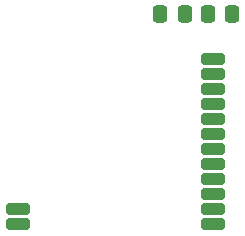
<source format=gbr>
%TF.GenerationSoftware,KiCad,Pcbnew,7.0.1*%
%TF.CreationDate,2023-04-24T20:50:02+02:00*%
%TF.ProjectId,AS4432_ANT_PMOD,41533434-3332-45f4-914e-545f504d4f44,rev?*%
%TF.SameCoordinates,Original*%
%TF.FileFunction,Paste,Top*%
%TF.FilePolarity,Positive*%
%FSLAX46Y46*%
G04 Gerber Fmt 4.6, Leading zero omitted, Abs format (unit mm)*
G04 Created by KiCad (PCBNEW 7.0.1) date 2023-04-24 20:50:02*
%MOMM*%
%LPD*%
G01*
G04 APERTURE LIST*
G04 Aperture macros list*
%AMRoundRect*
0 Rectangle with rounded corners*
0 $1 Rounding radius*
0 $2 $3 $4 $5 $6 $7 $8 $9 X,Y pos of 4 corners*
0 Add a 4 corners polygon primitive as box body*
4,1,4,$2,$3,$4,$5,$6,$7,$8,$9,$2,$3,0*
0 Add four circle primitives for the rounded corners*
1,1,$1+$1,$2,$3*
1,1,$1+$1,$4,$5*
1,1,$1+$1,$6,$7*
1,1,$1+$1,$8,$9*
0 Add four rect primitives between the rounded corners*
20,1,$1+$1,$2,$3,$4,$5,0*
20,1,$1+$1,$4,$5,$6,$7,0*
20,1,$1+$1,$6,$7,$8,$9,0*
20,1,$1+$1,$8,$9,$2,$3,0*%
G04 Aperture macros list end*
%ADD10RoundRect,0.250000X0.750000X0.250000X-0.750000X0.250000X-0.750000X-0.250000X0.750000X-0.250000X0*%
%ADD11RoundRect,0.250000X0.337500X0.475000X-0.337500X0.475000X-0.337500X-0.475000X0.337500X-0.475000X0*%
%ADD12RoundRect,0.250000X-0.337500X-0.475000X0.337500X-0.475000X0.337500X0.475000X-0.337500X0.475000X0*%
G04 APERTURE END LIST*
D10*
%TO.C,U1*%
X144140000Y-44450000D03*
X144140000Y-45720000D03*
X144140000Y-46990000D03*
X144140000Y-48260000D03*
X144140000Y-49530000D03*
X144140000Y-50800000D03*
X144140000Y-52070000D03*
X144140000Y-53340000D03*
X144140000Y-54610000D03*
X144140000Y-55880000D03*
X144140000Y-57150000D03*
X144140000Y-58420000D03*
X127640000Y-58420000D03*
X127640000Y-57150000D03*
%TD*%
D11*
%TO.C,C1*%
X141775000Y-40640000D03*
X139700000Y-40640000D03*
%TD*%
D12*
%TO.C,C2*%
X143742500Y-40640000D03*
X145817500Y-40640000D03*
%TD*%
M02*

</source>
